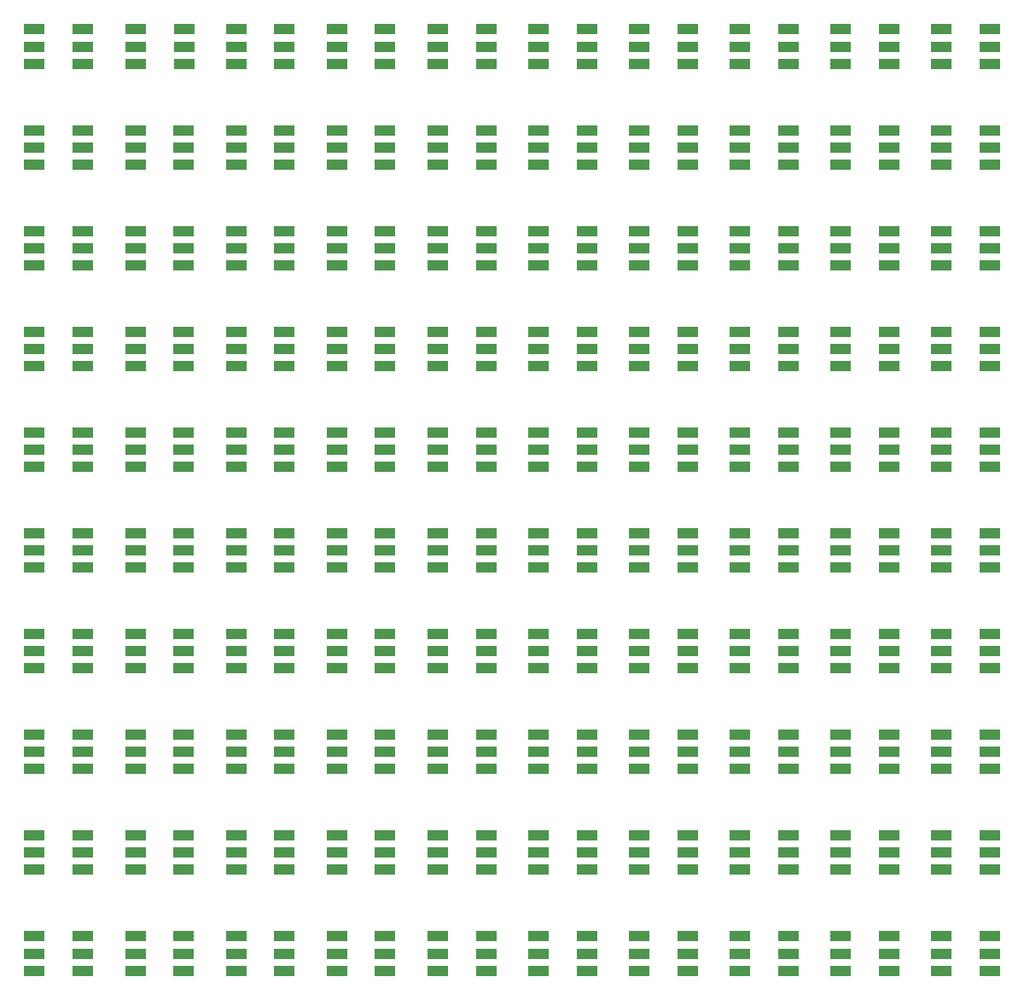
<source format=gbr>
%TF.GenerationSoftware,KiCad,Pcbnew,7.0.7+dfsg-1*%
%TF.CreationDate,2024-03-22T17:08:38+01:00*%
%TF.ProjectId,led_display,6c65645f-6469-4737-906c-61792e6b6963,rev?*%
%TF.SameCoordinates,Original*%
%TF.FileFunction,Paste,Top*%
%TF.FilePolarity,Positive*%
%FSLAX46Y46*%
G04 Gerber Fmt 4.6, Leading zero omitted, Abs format (unit mm)*
G04 Created by KiCad (PCBNEW 7.0.7+dfsg-1) date 2024-03-22 17:08:38*
%MOMM*%
%LPD*%
G01*
G04 APERTURE LIST*
%ADD10R,2.000000X1.100000*%
G04 APERTURE END LIST*
D10*
%TO.C,D40*%
X172600000Y-58300000D03*
X172600000Y-60000000D03*
X172600000Y-61700000D03*
X177400000Y-61700000D03*
X177400000Y-60000000D03*
X177400000Y-58300000D03*
%TD*%
%TO.C,D55*%
X122600000Y-78300000D03*
X122600000Y-80000000D03*
X122600000Y-81700000D03*
X127400000Y-81700000D03*
X127400000Y-80000000D03*
X127400000Y-78300000D03*
%TD*%
%TO.C,D7*%
X142600000Y-28300000D03*
X142600000Y-30000000D03*
X142600000Y-31700000D03*
X147400000Y-31700000D03*
X147400000Y-30000000D03*
X147400000Y-28300000D03*
%TD*%
%TO.C,D16*%
X132600000Y-38300000D03*
X132600000Y-40000000D03*
X132600000Y-41700000D03*
X137400000Y-41700000D03*
X137400000Y-40000000D03*
X137400000Y-38300000D03*
%TD*%
%TO.C,D62*%
X92600000Y-88300000D03*
X92600000Y-90000000D03*
X92600000Y-91700000D03*
X97400000Y-91700000D03*
X97400000Y-90000000D03*
X97400000Y-88300000D03*
%TD*%
%TO.C,D69*%
X162600000Y-88300000D03*
X162600000Y-90000000D03*
X162600000Y-91700000D03*
X167400000Y-91700000D03*
X167400000Y-90000000D03*
X167400000Y-88300000D03*
%TD*%
%TO.C,D39*%
X162600000Y-58300000D03*
X162600000Y-60000000D03*
X162600000Y-61700000D03*
X167400000Y-61700000D03*
X167400000Y-60000000D03*
X167400000Y-58300000D03*
%TD*%
%TO.C,D11*%
X82600000Y-38300000D03*
X82600000Y-40000000D03*
X82600000Y-41700000D03*
X87400000Y-41700000D03*
X87400000Y-40000000D03*
X87400000Y-38300000D03*
%TD*%
%TO.C,D43*%
X102600000Y-68300000D03*
X102600000Y-70000000D03*
X102600000Y-71700000D03*
X107400000Y-71700000D03*
X107400000Y-70000000D03*
X107400000Y-68300000D03*
%TD*%
%TO.C,D90*%
X172600000Y-108300000D03*
X172600000Y-110000000D03*
X172600000Y-111700000D03*
X177400000Y-111700000D03*
X177400000Y-110000000D03*
X177400000Y-108300000D03*
%TD*%
%TO.C,D31*%
X82600000Y-58300000D03*
X82600000Y-60000000D03*
X82600000Y-61700000D03*
X87400000Y-61700000D03*
X87400000Y-60000000D03*
X87400000Y-58300000D03*
%TD*%
%TO.C,D57*%
X142600000Y-78300000D03*
X142600000Y-80000000D03*
X142600000Y-81700000D03*
X147400000Y-81700000D03*
X147400000Y-80000000D03*
X147400000Y-78300000D03*
%TD*%
%TO.C,D95*%
X122600000Y-118300000D03*
X122600000Y-120000000D03*
X122600000Y-121700000D03*
X127400000Y-121700000D03*
X127400000Y-120000000D03*
X127400000Y-118300000D03*
%TD*%
%TO.C,D73*%
X102600000Y-98300000D03*
X102600000Y-100000000D03*
X102600000Y-101700000D03*
X107400000Y-101700000D03*
X107400000Y-100000000D03*
X107400000Y-98300000D03*
%TD*%
%TO.C,D6*%
X132600000Y-28300000D03*
X132600000Y-30000000D03*
X132600000Y-31700000D03*
X137400000Y-31700000D03*
X137400000Y-30000000D03*
X137400000Y-28300000D03*
%TD*%
%TO.C,D46*%
X132600000Y-68300000D03*
X132600000Y-70000000D03*
X132600000Y-71700000D03*
X137400000Y-71700000D03*
X137400000Y-70000000D03*
X137400000Y-68300000D03*
%TD*%
%TO.C,D32*%
X92600000Y-58300000D03*
X92600000Y-60000000D03*
X92600000Y-61700000D03*
X97400000Y-61700000D03*
X97400000Y-60000000D03*
X97400000Y-58300000D03*
%TD*%
%TO.C,D17*%
X142600000Y-38300000D03*
X142600000Y-40000000D03*
X142600000Y-41700000D03*
X147400000Y-41700000D03*
X147400000Y-40000000D03*
X147400000Y-38300000D03*
%TD*%
%TO.C,D97*%
X142600000Y-118300000D03*
X142600000Y-120000000D03*
X142600000Y-121700000D03*
X147400000Y-121700000D03*
X147400000Y-120000000D03*
X147400000Y-118300000D03*
%TD*%
%TO.C,D72*%
X92600000Y-98300000D03*
X92600000Y-100000000D03*
X92600000Y-101700000D03*
X97400000Y-101700000D03*
X97400000Y-100000000D03*
X97400000Y-98300000D03*
%TD*%
%TO.C,D64*%
X112600000Y-88300000D03*
X112600000Y-90000000D03*
X112600000Y-91700000D03*
X117400000Y-91700000D03*
X117400000Y-90000000D03*
X117400000Y-88300000D03*
%TD*%
%TO.C,D51*%
X82600000Y-78300000D03*
X82600000Y-80000000D03*
X82600000Y-81700000D03*
X87400000Y-81700000D03*
X87400000Y-80000000D03*
X87400000Y-78300000D03*
%TD*%
%TO.C,D80*%
X172600000Y-98300000D03*
X172600000Y-100000000D03*
X172600000Y-101700000D03*
X177400000Y-101700000D03*
X177400000Y-100000000D03*
X177400000Y-98300000D03*
%TD*%
%TO.C,D92*%
X92600000Y-118300000D03*
X92600000Y-120000000D03*
X92600000Y-121700000D03*
X97400000Y-121700000D03*
X97400000Y-120000000D03*
X97400000Y-118300000D03*
%TD*%
%TO.C,D71*%
X82600000Y-98300000D03*
X82600000Y-100000000D03*
X82600000Y-101700000D03*
X87400000Y-101700000D03*
X87400000Y-100000000D03*
X87400000Y-98300000D03*
%TD*%
%TO.C,D96*%
X132600000Y-118300000D03*
X132600000Y-120000000D03*
X132600000Y-121700000D03*
X137400000Y-121700000D03*
X137400000Y-120000000D03*
X137400000Y-118300000D03*
%TD*%
%TO.C,D22*%
X92600000Y-48300000D03*
X92600000Y-50000000D03*
X92600000Y-51700000D03*
X97400000Y-51700000D03*
X97400000Y-50000000D03*
X97400000Y-48300000D03*
%TD*%
%TO.C,D76*%
X132600000Y-98300000D03*
X132600000Y-100000000D03*
X132600000Y-101700000D03*
X137400000Y-101700000D03*
X137400000Y-100000000D03*
X137400000Y-98300000D03*
%TD*%
%TO.C,D25*%
X122600000Y-48300000D03*
X122600000Y-50000000D03*
X122600000Y-51700000D03*
X127400000Y-51700000D03*
X127400000Y-50000000D03*
X127400000Y-48300000D03*
%TD*%
%TO.C,D1*%
X82600000Y-28300000D03*
X82600000Y-30000000D03*
X82600000Y-31700000D03*
X87400000Y-31700000D03*
X87400000Y-30000000D03*
X87400000Y-28300000D03*
%TD*%
%TO.C,D75*%
X122600000Y-98300000D03*
X122600000Y-100000000D03*
X122600000Y-101700000D03*
X127400000Y-101700000D03*
X127400000Y-100000000D03*
X127400000Y-98300000D03*
%TD*%
%TO.C,D61*%
X82600000Y-88300000D03*
X82600000Y-90000000D03*
X82600000Y-91700000D03*
X87400000Y-91700000D03*
X87400000Y-90000000D03*
X87400000Y-88300000D03*
%TD*%
%TO.C,D78*%
X152600000Y-98300000D03*
X152600000Y-100000000D03*
X152600000Y-101700000D03*
X157400000Y-101700000D03*
X157400000Y-100000000D03*
X157400000Y-98300000D03*
%TD*%
%TO.C,D23*%
X102600000Y-48300000D03*
X102600000Y-50000000D03*
X102600000Y-51700000D03*
X107400000Y-51700000D03*
X107400000Y-50000000D03*
X107400000Y-48300000D03*
%TD*%
%TO.C,D88*%
X152600000Y-108300000D03*
X152600000Y-110000000D03*
X152600000Y-111700000D03*
X157400000Y-111700000D03*
X157400000Y-110000000D03*
X157400000Y-108300000D03*
%TD*%
%TO.C,D58*%
X152600000Y-78300000D03*
X152600000Y-80000000D03*
X152600000Y-81700000D03*
X157400000Y-81700000D03*
X157400000Y-80000000D03*
X157400000Y-78300000D03*
%TD*%
%TO.C,D86*%
X132600000Y-108300000D03*
X132600000Y-110000000D03*
X132600000Y-111700000D03*
X137400000Y-111700000D03*
X137400000Y-110000000D03*
X137400000Y-108300000D03*
%TD*%
%TO.C,D60*%
X172600000Y-78300000D03*
X172600000Y-80000000D03*
X172600000Y-81700000D03*
X177400000Y-81700000D03*
X177400000Y-80000000D03*
X177400000Y-78300000D03*
%TD*%
%TO.C,D21*%
X82600000Y-48300000D03*
X82600000Y-50000000D03*
X82600000Y-51700000D03*
X87400000Y-51700000D03*
X87400000Y-50000000D03*
X87400000Y-48300000D03*
%TD*%
%TO.C,D33*%
X102600000Y-58300000D03*
X102600000Y-60000000D03*
X102600000Y-61700000D03*
X107400000Y-61700000D03*
X107400000Y-60000000D03*
X107400000Y-58300000D03*
%TD*%
%TO.C,D4*%
X112600000Y-28300000D03*
X112600000Y-30000000D03*
X112600000Y-31700000D03*
X117400000Y-31700000D03*
X117400000Y-30000000D03*
X117400000Y-28300000D03*
%TD*%
%TO.C,D68*%
X152600000Y-88300000D03*
X152600000Y-90000000D03*
X152600000Y-91700000D03*
X157400000Y-91700000D03*
X157400000Y-90000000D03*
X157400000Y-88300000D03*
%TD*%
%TO.C,D27*%
X142600000Y-48300000D03*
X142600000Y-50000000D03*
X142600000Y-51700000D03*
X147400000Y-51700000D03*
X147400000Y-50000000D03*
X147400000Y-48300000D03*
%TD*%
%TO.C,D50*%
X172600000Y-68300000D03*
X172600000Y-70000000D03*
X172600000Y-71700000D03*
X177400000Y-71700000D03*
X177400000Y-70000000D03*
X177400000Y-68300000D03*
%TD*%
%TO.C,D24*%
X112600000Y-48300000D03*
X112600000Y-50000000D03*
X112600000Y-51700000D03*
X117400000Y-51700000D03*
X117400000Y-50000000D03*
X117400000Y-48300000D03*
%TD*%
%TO.C,D100*%
X172600000Y-118300000D03*
X172600000Y-120000000D03*
X172600000Y-121700000D03*
X177400000Y-121700000D03*
X177400000Y-120000000D03*
X177400000Y-118300000D03*
%TD*%
%TO.C,D79*%
X162600000Y-98300000D03*
X162600000Y-100000000D03*
X162600000Y-101700000D03*
X167400000Y-101700000D03*
X167400000Y-100000000D03*
X167400000Y-98300000D03*
%TD*%
%TO.C,D54*%
X112600000Y-78300000D03*
X112600000Y-80000000D03*
X112600000Y-81700000D03*
X117400000Y-81700000D03*
X117400000Y-80000000D03*
X117400000Y-78300000D03*
%TD*%
%TO.C,D99*%
X162600000Y-118300000D03*
X162600000Y-120000000D03*
X162600000Y-121700000D03*
X167400000Y-121700000D03*
X167400000Y-120000000D03*
X167400000Y-118300000D03*
%TD*%
%TO.C,D20*%
X172600000Y-38300000D03*
X172600000Y-40000000D03*
X172600000Y-41700000D03*
X177400000Y-41700000D03*
X177400000Y-40000000D03*
X177400000Y-38300000D03*
%TD*%
%TO.C,D89*%
X162600000Y-108300000D03*
X162600000Y-110000000D03*
X162600000Y-111700000D03*
X167400000Y-111700000D03*
X167400000Y-110000000D03*
X167400000Y-108300000D03*
%TD*%
%TO.C,D12*%
X92600000Y-38300000D03*
X92600000Y-40000000D03*
X92600000Y-41700000D03*
X97400000Y-41700000D03*
X97400000Y-40000000D03*
X97400000Y-38300000D03*
%TD*%
%TO.C,D48*%
X152600000Y-68300000D03*
X152600000Y-70000000D03*
X152600000Y-71700000D03*
X157400000Y-71700000D03*
X157400000Y-70000000D03*
X157400000Y-68300000D03*
%TD*%
%TO.C,D93*%
X102600000Y-118300000D03*
X102600000Y-120000000D03*
X102600000Y-121700000D03*
X107400000Y-121700000D03*
X107400000Y-120000000D03*
X107400000Y-118300000D03*
%TD*%
%TO.C,D63*%
X102600000Y-88300000D03*
X102600000Y-90000000D03*
X102600000Y-91700000D03*
X107400000Y-91700000D03*
X107400000Y-90000000D03*
X107400000Y-88300000D03*
%TD*%
%TO.C,D91*%
X82600000Y-118300000D03*
X82600000Y-120000000D03*
X82600000Y-121700000D03*
X87400000Y-121700000D03*
X87400000Y-120000000D03*
X87400000Y-118300000D03*
%TD*%
%TO.C,D56*%
X132600000Y-78300000D03*
X132600000Y-80000000D03*
X132600000Y-81700000D03*
X137400000Y-81700000D03*
X137400000Y-80000000D03*
X137400000Y-78300000D03*
%TD*%
%TO.C,D28*%
X152600000Y-48300000D03*
X152600000Y-50000000D03*
X152600000Y-51700000D03*
X157400000Y-51700000D03*
X157400000Y-50000000D03*
X157400000Y-48300000D03*
%TD*%
%TO.C,D59*%
X162600000Y-78300000D03*
X162600000Y-80000000D03*
X162600000Y-81700000D03*
X167400000Y-81700000D03*
X167400000Y-80000000D03*
X167400000Y-78300000D03*
%TD*%
%TO.C,D37*%
X142600000Y-58300000D03*
X142600000Y-60000000D03*
X142600000Y-61700000D03*
X147400000Y-61700000D03*
X147400000Y-60000000D03*
X147400000Y-58300000D03*
%TD*%
%TO.C,D19*%
X162600000Y-38300000D03*
X162600000Y-40000000D03*
X162600000Y-41700000D03*
X167400000Y-41700000D03*
X167400000Y-40000000D03*
X167400000Y-38300000D03*
%TD*%
%TO.C,D44*%
X112600000Y-68300000D03*
X112600000Y-70000000D03*
X112600000Y-71700000D03*
X117400000Y-71700000D03*
X117400000Y-70000000D03*
X117400000Y-68300000D03*
%TD*%
%TO.C,D77*%
X142600000Y-98300000D03*
X142600000Y-100000000D03*
X142600000Y-101700000D03*
X147400000Y-101700000D03*
X147400000Y-100000000D03*
X147400000Y-98300000D03*
%TD*%
%TO.C,D74*%
X112600000Y-98300000D03*
X112600000Y-100000000D03*
X112600000Y-101700000D03*
X117400000Y-101700000D03*
X117400000Y-100000000D03*
X117400000Y-98300000D03*
%TD*%
%TO.C,D66*%
X132600000Y-88300000D03*
X132600000Y-90000000D03*
X132600000Y-91700000D03*
X137400000Y-91700000D03*
X137400000Y-90000000D03*
X137400000Y-88300000D03*
%TD*%
%TO.C,D94*%
X112600000Y-118300000D03*
X112600000Y-120000000D03*
X112600000Y-121700000D03*
X117400000Y-121700000D03*
X117400000Y-120000000D03*
X117400000Y-118300000D03*
%TD*%
%TO.C,D36*%
X132600000Y-58300000D03*
X132600000Y-60000000D03*
X132600000Y-61700000D03*
X137400000Y-61700000D03*
X137400000Y-60000000D03*
X137400000Y-58300000D03*
%TD*%
%TO.C,D29*%
X162600000Y-48300000D03*
X162600000Y-50000000D03*
X162600000Y-51700000D03*
X167400000Y-51700000D03*
X167400000Y-50000000D03*
X167400000Y-48300000D03*
%TD*%
%TO.C,D10*%
X172600000Y-28300000D03*
X172600000Y-30000000D03*
X172600000Y-31700000D03*
X177400000Y-31700000D03*
X177400000Y-30000000D03*
X177400000Y-28300000D03*
%TD*%
%TO.C,D47*%
X142600000Y-68300000D03*
X142600000Y-70000000D03*
X142600000Y-71700000D03*
X147400000Y-71700000D03*
X147400000Y-70000000D03*
X147400000Y-68300000D03*
%TD*%
%TO.C,D18*%
X152600000Y-38300000D03*
X152600000Y-40000000D03*
X152600000Y-41700000D03*
X157400000Y-41700000D03*
X157400000Y-40000000D03*
X157400000Y-38300000D03*
%TD*%
%TO.C,D49*%
X162600000Y-68300000D03*
X162600000Y-70000000D03*
X162600000Y-71700000D03*
X167400000Y-71700000D03*
X167400000Y-70000000D03*
X167400000Y-68300000D03*
%TD*%
%TO.C,D2*%
X92650000Y-28300000D03*
X92650000Y-30000000D03*
X92650000Y-31700000D03*
X97450000Y-31700000D03*
X97450000Y-30000000D03*
X97450000Y-28300000D03*
%TD*%
%TO.C,D13*%
X102600000Y-38300000D03*
X102600000Y-40000000D03*
X102600000Y-41700000D03*
X107400000Y-41700000D03*
X107400000Y-40000000D03*
X107400000Y-38300000D03*
%TD*%
%TO.C,D53*%
X102600000Y-78300000D03*
X102600000Y-80000000D03*
X102600000Y-81700000D03*
X107400000Y-81700000D03*
X107400000Y-80000000D03*
X107400000Y-78300000D03*
%TD*%
%TO.C,D9*%
X162600000Y-28300000D03*
X162600000Y-30000000D03*
X162600000Y-31700000D03*
X167400000Y-31700000D03*
X167400000Y-30000000D03*
X167400000Y-28300000D03*
%TD*%
%TO.C,D14*%
X112600000Y-38300000D03*
X112600000Y-40000000D03*
X112600000Y-41700000D03*
X117400000Y-41700000D03*
X117400000Y-40000000D03*
X117400000Y-38300000D03*
%TD*%
%TO.C,D52*%
X92600000Y-78300000D03*
X92600000Y-80000000D03*
X92600000Y-81700000D03*
X97400000Y-81700000D03*
X97400000Y-80000000D03*
X97400000Y-78300000D03*
%TD*%
%TO.C,D8*%
X152600000Y-28300000D03*
X152600000Y-30000000D03*
X152600000Y-31700000D03*
X157400000Y-31700000D03*
X157400000Y-30000000D03*
X157400000Y-28300000D03*
%TD*%
%TO.C,D87*%
X142600000Y-108300000D03*
X142600000Y-110000000D03*
X142600000Y-111700000D03*
X147400000Y-111700000D03*
X147400000Y-110000000D03*
X147400000Y-108300000D03*
%TD*%
%TO.C,D34*%
X112600000Y-58300000D03*
X112600000Y-60000000D03*
X112600000Y-61700000D03*
X117400000Y-61700000D03*
X117400000Y-60000000D03*
X117400000Y-58300000D03*
%TD*%
%TO.C,D81*%
X82600000Y-108300000D03*
X82600000Y-110000000D03*
X82600000Y-111700000D03*
X87400000Y-111700000D03*
X87400000Y-110000000D03*
X87400000Y-108300000D03*
%TD*%
%TO.C,D70*%
X172600000Y-88300000D03*
X172600000Y-90000000D03*
X172600000Y-91700000D03*
X177400000Y-91700000D03*
X177400000Y-90000000D03*
X177400000Y-88300000D03*
%TD*%
%TO.C,D30*%
X172600000Y-48300000D03*
X172600000Y-50000000D03*
X172600000Y-51700000D03*
X177400000Y-51700000D03*
X177400000Y-50000000D03*
X177400000Y-48300000D03*
%TD*%
%TO.C,D15*%
X122600000Y-38300000D03*
X122600000Y-40000000D03*
X122600000Y-41700000D03*
X127400000Y-41700000D03*
X127400000Y-40000000D03*
X127400000Y-38300000D03*
%TD*%
%TO.C,D26*%
X132600000Y-48300000D03*
X132600000Y-50000000D03*
X132600000Y-51700000D03*
X137400000Y-51700000D03*
X137400000Y-50000000D03*
X137400000Y-48300000D03*
%TD*%
%TO.C,D65*%
X122600000Y-88300000D03*
X122600000Y-90000000D03*
X122600000Y-91700000D03*
X127400000Y-91700000D03*
X127400000Y-90000000D03*
X127400000Y-88300000D03*
%TD*%
%TO.C,D84*%
X112600000Y-108300000D03*
X112600000Y-110000000D03*
X112600000Y-111700000D03*
X117400000Y-111700000D03*
X117400000Y-110000000D03*
X117400000Y-108300000D03*
%TD*%
%TO.C,D45*%
X122600000Y-68300000D03*
X122600000Y-70000000D03*
X122600000Y-71700000D03*
X127400000Y-71700000D03*
X127400000Y-70000000D03*
X127400000Y-68300000D03*
%TD*%
%TO.C,D3*%
X102600000Y-28300000D03*
X102600000Y-30000000D03*
X102600000Y-31700000D03*
X107400000Y-31700000D03*
X107400000Y-30000000D03*
X107400000Y-28300000D03*
%TD*%
%TO.C,D83*%
X102600000Y-108300000D03*
X102600000Y-110000000D03*
X102600000Y-111700000D03*
X107400000Y-111700000D03*
X107400000Y-110000000D03*
X107400000Y-108300000D03*
%TD*%
%TO.C,D42*%
X92600000Y-68300000D03*
X92600000Y-70000000D03*
X92600000Y-71700000D03*
X97400000Y-71700000D03*
X97400000Y-70000000D03*
X97400000Y-68300000D03*
%TD*%
%TO.C,D41*%
X82600000Y-68300000D03*
X82600000Y-70000000D03*
X82600000Y-71700000D03*
X87400000Y-71700000D03*
X87400000Y-70000000D03*
X87400000Y-68300000D03*
%TD*%
%TO.C,D5*%
X122600000Y-28300000D03*
X122600000Y-30000000D03*
X122600000Y-31700000D03*
X127400000Y-31700000D03*
X127400000Y-30000000D03*
X127400000Y-28300000D03*
%TD*%
%TO.C,D38*%
X152600000Y-58300000D03*
X152600000Y-60000000D03*
X152600000Y-61700000D03*
X157400000Y-61700000D03*
X157400000Y-60000000D03*
X157400000Y-58300000D03*
%TD*%
%TO.C,D67*%
X142600000Y-88300000D03*
X142600000Y-90000000D03*
X142600000Y-91700000D03*
X147400000Y-91700000D03*
X147400000Y-90000000D03*
X147400000Y-88300000D03*
%TD*%
%TO.C,D98*%
X152600000Y-118300000D03*
X152600000Y-120000000D03*
X152600000Y-121700000D03*
X157400000Y-121700000D03*
X157400000Y-120000000D03*
X157400000Y-118300000D03*
%TD*%
%TO.C,D85*%
X122600000Y-108300000D03*
X122600000Y-110000000D03*
X122600000Y-111700000D03*
X127400000Y-111700000D03*
X127400000Y-110000000D03*
X127400000Y-108300000D03*
%TD*%
%TO.C,D35*%
X122600000Y-58300000D03*
X122600000Y-60000000D03*
X122600000Y-61700000D03*
X127400000Y-61700000D03*
X127400000Y-60000000D03*
X127400000Y-58300000D03*
%TD*%
%TO.C,D82*%
X92600000Y-108300000D03*
X92600000Y-110000000D03*
X92600000Y-111700000D03*
X97400000Y-111700000D03*
X97400000Y-110000000D03*
X97400000Y-108300000D03*
%TD*%
M02*

</source>
